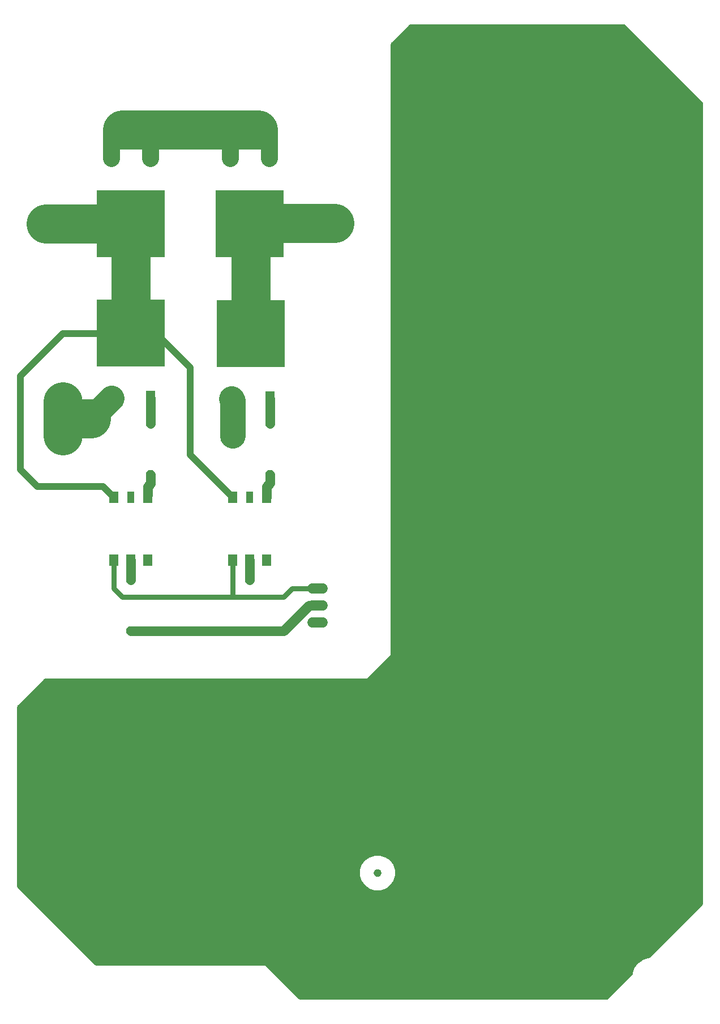
<source format=gbr>
G04 EAGLE Gerber RS-274X export*
G75*
%MOMM*%
%FSLAX34Y34*%
%LPD*%
%INCopper Top*%
%IPPOS*%
%AMOC8*
5,1,8,0,0,1.08239X$1,22.5*%
G01*
%ADD10R,1.320800X2.209800*%
%ADD11R,10.210800X10.007600*%
%ADD12R,1.450000X1.700000*%
%ADD13R,1.018200X1.700000*%
%ADD14C,1.508000*%
%ADD15C,3.810000*%
%ADD16P,1.429621X8X112.500000*%
%ADD17P,1.429621X8X292.500000*%
%ADD18C,2.540000*%
%ADD19C,5.842000*%
%ADD20C,0.152400*%
%ADD21C,1.016000*%
%ADD22C,3.810000*%
%ADD23C,1.397000*%
%ADD24C,0.762000*%

G36*
X965273Y121925D02*
X965273Y121925D01*
X965346Y121923D01*
X965591Y121945D01*
X965836Y121961D01*
X965907Y121974D01*
X965980Y121981D01*
X966220Y122034D01*
X966462Y122080D01*
X966531Y122103D01*
X966602Y122118D01*
X966833Y122201D01*
X967068Y122277D01*
X967134Y122308D01*
X967203Y122332D01*
X967422Y122443D01*
X967644Y122548D01*
X967706Y122587D01*
X967771Y122620D01*
X967975Y122757D01*
X968183Y122889D01*
X968239Y122935D01*
X968299Y122976D01*
X968473Y123129D01*
X968674Y123294D01*
X968731Y123355D01*
X968792Y123408D01*
X1003377Y157993D01*
X1003425Y158048D01*
X1003478Y158098D01*
X1003636Y158287D01*
X1003798Y158471D01*
X1003839Y158532D01*
X1003886Y158588D01*
X1004018Y158795D01*
X1004156Y158998D01*
X1004189Y159063D01*
X1004229Y159125D01*
X1004334Y159347D01*
X1004446Y159566D01*
X1004470Y159634D01*
X1004502Y159700D01*
X1004578Y159934D01*
X1004662Y160165D01*
X1004678Y160236D01*
X1004701Y160306D01*
X1004747Y160547D01*
X1004801Y160787D01*
X1004808Y160860D01*
X1004822Y160931D01*
X1004837Y161162D01*
X1004851Y161308D01*
X1007413Y169195D01*
X1012262Y175868D01*
X1016243Y178760D01*
X1016243Y178761D01*
X1018935Y180717D01*
X1026825Y183280D01*
X1026936Y183290D01*
X1027181Y183306D01*
X1027252Y183319D01*
X1027325Y183326D01*
X1027565Y183379D01*
X1027807Y183425D01*
X1027876Y183448D01*
X1027947Y183463D01*
X1028178Y183546D01*
X1028413Y183622D01*
X1028479Y183653D01*
X1028548Y183677D01*
X1028767Y183788D01*
X1028989Y183893D01*
X1029051Y183932D01*
X1029116Y183965D01*
X1029320Y184102D01*
X1029528Y184234D01*
X1029584Y184280D01*
X1029644Y184321D01*
X1029818Y184474D01*
X1030019Y184639D01*
X1030076Y184700D01*
X1030137Y184753D01*
X1108492Y263108D01*
X1108540Y263163D01*
X1108593Y263213D01*
X1108751Y263402D01*
X1108913Y263586D01*
X1108954Y263647D01*
X1109001Y263703D01*
X1109133Y263910D01*
X1109271Y264113D01*
X1109304Y264178D01*
X1109344Y264240D01*
X1109449Y264462D01*
X1109561Y264681D01*
X1109585Y264749D01*
X1109617Y264815D01*
X1109693Y265049D01*
X1109777Y265280D01*
X1109793Y265351D01*
X1109816Y265421D01*
X1109862Y265662D01*
X1109916Y265902D01*
X1109923Y265975D01*
X1109937Y266046D01*
X1109952Y266277D01*
X1109977Y266536D01*
X1109974Y266620D01*
X1109979Y266700D01*
X1109979Y1460500D01*
X1109975Y1460573D01*
X1109977Y1460646D01*
X1109955Y1460891D01*
X1109939Y1461136D01*
X1109926Y1461207D01*
X1109919Y1461280D01*
X1109866Y1461520D01*
X1109820Y1461762D01*
X1109797Y1461831D01*
X1109782Y1461902D01*
X1109699Y1462133D01*
X1109623Y1462368D01*
X1109592Y1462434D01*
X1109568Y1462503D01*
X1109457Y1462722D01*
X1109352Y1462944D01*
X1109313Y1463006D01*
X1109280Y1463071D01*
X1109143Y1463275D01*
X1109011Y1463483D01*
X1108965Y1463539D01*
X1108924Y1463599D01*
X1108771Y1463773D01*
X1108606Y1463974D01*
X1108545Y1464031D01*
X1108492Y1464092D01*
X994192Y1578392D01*
X994137Y1578440D01*
X994087Y1578493D01*
X993898Y1578651D01*
X993714Y1578813D01*
X993653Y1578854D01*
X993597Y1578901D01*
X993390Y1579033D01*
X993187Y1579171D01*
X993122Y1579204D01*
X993060Y1579244D01*
X992838Y1579349D01*
X992619Y1579461D01*
X992551Y1579485D01*
X992485Y1579517D01*
X992251Y1579593D01*
X992020Y1579677D01*
X991949Y1579693D01*
X991879Y1579716D01*
X991638Y1579762D01*
X991398Y1579816D01*
X991326Y1579823D01*
X991254Y1579837D01*
X991023Y1579852D01*
X990764Y1579877D01*
X990680Y1579874D01*
X990600Y1579879D01*
X673100Y1579879D01*
X673027Y1579875D01*
X672954Y1579877D01*
X672709Y1579855D01*
X672464Y1579839D01*
X672393Y1579826D01*
X672320Y1579819D01*
X672080Y1579766D01*
X671838Y1579720D01*
X671769Y1579697D01*
X671698Y1579682D01*
X671467Y1579599D01*
X671232Y1579523D01*
X671166Y1579492D01*
X671097Y1579468D01*
X670878Y1579357D01*
X670656Y1579252D01*
X670594Y1579213D01*
X670529Y1579180D01*
X670325Y1579043D01*
X670117Y1578911D01*
X670061Y1578865D01*
X670001Y1578824D01*
X669827Y1578671D01*
X669626Y1578506D01*
X669569Y1578445D01*
X669508Y1578392D01*
X644108Y1552992D01*
X644060Y1552937D01*
X644007Y1552887D01*
X643849Y1552698D01*
X643687Y1552514D01*
X643646Y1552453D01*
X643599Y1552397D01*
X643467Y1552190D01*
X643329Y1551987D01*
X643296Y1551922D01*
X643256Y1551860D01*
X643151Y1551638D01*
X643039Y1551419D01*
X643015Y1551351D01*
X642983Y1551285D01*
X642907Y1551051D01*
X642823Y1550820D01*
X642807Y1550749D01*
X642785Y1550679D01*
X642738Y1550438D01*
X642684Y1550198D01*
X642677Y1550126D01*
X642663Y1550054D01*
X642648Y1549823D01*
X642623Y1549564D01*
X642626Y1549480D01*
X642621Y1549400D01*
X642621Y637104D01*
X607496Y601979D01*
X127000Y601979D01*
X126927Y601975D01*
X126854Y601977D01*
X126609Y601955D01*
X126364Y601939D01*
X126293Y601926D01*
X126220Y601919D01*
X125980Y601866D01*
X125738Y601820D01*
X125669Y601797D01*
X125598Y601782D01*
X125367Y601699D01*
X125132Y601623D01*
X125066Y601592D01*
X124997Y601568D01*
X124778Y601457D01*
X124556Y601352D01*
X124494Y601313D01*
X124429Y601280D01*
X124225Y601143D01*
X124017Y601011D01*
X123961Y600965D01*
X123901Y600924D01*
X123727Y600771D01*
X123526Y600606D01*
X123469Y600545D01*
X123408Y600492D01*
X85308Y562392D01*
X85260Y562337D01*
X85207Y562287D01*
X85049Y562098D01*
X84887Y561914D01*
X84846Y561853D01*
X84799Y561797D01*
X84667Y561590D01*
X84529Y561387D01*
X84496Y561322D01*
X84456Y561260D01*
X84351Y561038D01*
X84239Y560819D01*
X84215Y560751D01*
X84183Y560685D01*
X84107Y560451D01*
X84023Y560220D01*
X84007Y560149D01*
X83985Y560079D01*
X83938Y559838D01*
X83884Y559598D01*
X83877Y559526D01*
X83863Y559454D01*
X83848Y559223D01*
X83838Y559113D01*
X83831Y559064D01*
X83831Y559047D01*
X83823Y558964D01*
X83826Y558880D01*
X83821Y558800D01*
X83821Y292100D01*
X83825Y292027D01*
X83823Y291954D01*
X83845Y291709D01*
X83861Y291464D01*
X83874Y291393D01*
X83881Y291320D01*
X83934Y291080D01*
X83980Y290838D01*
X84003Y290769D01*
X84018Y290698D01*
X84101Y290467D01*
X84177Y290232D01*
X84208Y290166D01*
X84232Y290097D01*
X84343Y289878D01*
X84448Y289656D01*
X84487Y289594D01*
X84520Y289529D01*
X84657Y289325D01*
X84789Y289117D01*
X84835Y289061D01*
X84876Y289001D01*
X85029Y288827D01*
X85194Y288626D01*
X85255Y288569D01*
X85308Y288508D01*
X199608Y174208D01*
X199663Y174160D01*
X199713Y174107D01*
X199902Y173949D01*
X200086Y173787D01*
X200147Y173746D01*
X200203Y173699D01*
X200410Y173567D01*
X200613Y173429D01*
X200678Y173396D01*
X200740Y173356D01*
X200962Y173251D01*
X201181Y173139D01*
X201249Y173115D01*
X201315Y173083D01*
X201549Y173007D01*
X201780Y172923D01*
X201851Y172907D01*
X201921Y172885D01*
X202162Y172838D01*
X202402Y172784D01*
X202475Y172777D01*
X202546Y172763D01*
X202777Y172748D01*
X203036Y172723D01*
X203120Y172726D01*
X203200Y172721D01*
X455096Y172721D01*
X504408Y123408D01*
X504463Y123360D01*
X504513Y123307D01*
X504702Y123149D01*
X504886Y122987D01*
X504947Y122946D01*
X505003Y122899D01*
X505210Y122767D01*
X505413Y122629D01*
X505478Y122596D01*
X505540Y122556D01*
X505762Y122451D01*
X505981Y122339D01*
X506049Y122315D01*
X506115Y122283D01*
X506349Y122207D01*
X506580Y122123D01*
X506651Y122107D01*
X506721Y122085D01*
X506962Y122038D01*
X507202Y121984D01*
X507275Y121977D01*
X507346Y121963D01*
X507577Y121948D01*
X507836Y121923D01*
X507920Y121926D01*
X508000Y121921D01*
X965200Y121921D01*
X965273Y121925D01*
G37*
%LPC*%
G36*
X618781Y285184D02*
X618781Y285184D01*
X610935Y287733D01*
X604262Y292582D01*
X599413Y299255D01*
X596864Y307101D01*
X596864Y315349D01*
X599413Y323195D01*
X604262Y329868D01*
X606009Y331138D01*
X606010Y331138D01*
X610935Y334717D01*
X618781Y337266D01*
X627029Y337266D01*
X634875Y334717D01*
X641548Y329868D01*
X646397Y323195D01*
X648946Y315349D01*
X648946Y307101D01*
X646397Y299255D01*
X641548Y292582D01*
X636024Y288568D01*
X636023Y288568D01*
X634875Y287733D01*
X627029Y285184D01*
X618781Y285184D01*
G37*
%LPD*%
G36*
X623024Y305523D02*
X623024Y305523D01*
X623144Y305521D01*
X623225Y305530D01*
X623303Y305531D01*
X623402Y305539D01*
X623501Y305553D01*
X623541Y305556D01*
X623607Y305568D01*
X623670Y305577D01*
X623938Y305610D01*
X623984Y305622D01*
X624032Y305629D01*
X624331Y305710D01*
X624573Y305772D01*
X624760Y305833D01*
X624901Y305889D01*
X625046Y305935D01*
X625197Y306006D01*
X625353Y306067D01*
X625486Y306140D01*
X625623Y306204D01*
X625760Y306291D01*
X625911Y306374D01*
X626045Y306471D01*
X626177Y306555D01*
X626336Y306670D01*
X626453Y306767D01*
X626575Y306855D01*
X626698Y306969D01*
X626827Y307077D01*
X626931Y307187D01*
X627041Y307290D01*
X627145Y307415D01*
X627263Y307541D01*
X627360Y307674D01*
X627460Y307794D01*
X627575Y307953D01*
X627657Y308081D01*
X627746Y308203D01*
X627827Y308350D01*
X627917Y308491D01*
X627981Y308628D01*
X628055Y308761D01*
X628115Y308912D01*
X628188Y309068D01*
X628239Y309224D01*
X628297Y309369D01*
X628358Y309557D01*
X628396Y309703D01*
X628443Y309847D01*
X628475Y310012D01*
X628516Y310174D01*
X628535Y310324D01*
X628564Y310473D01*
X628575Y310635D01*
X628596Y310806D01*
X628596Y310971D01*
X628607Y311126D01*
X628607Y311324D01*
X628597Y311475D01*
X628598Y311626D01*
X628577Y311792D01*
X628567Y311959D01*
X628538Y312108D01*
X628520Y312258D01*
X628480Y312416D01*
X628447Y312585D01*
X628396Y312742D01*
X628358Y312893D01*
X628297Y313080D01*
X628241Y313221D01*
X628195Y313366D01*
X628124Y313517D01*
X628063Y313673D01*
X627990Y313806D01*
X627926Y313943D01*
X627839Y314080D01*
X627756Y314231D01*
X627659Y314365D01*
X627575Y314497D01*
X627460Y314656D01*
X627363Y314773D01*
X627275Y314895D01*
X627161Y315018D01*
X627053Y315147D01*
X626943Y315251D01*
X626840Y315361D01*
X626715Y315465D01*
X626589Y315583D01*
X626456Y315680D01*
X626336Y315780D01*
X626177Y315895D01*
X626049Y315977D01*
X625927Y316066D01*
X625780Y316147D01*
X625639Y316237D01*
X625502Y316302D01*
X625369Y316375D01*
X625219Y316435D01*
X625062Y316508D01*
X624905Y316559D01*
X624760Y316617D01*
X624573Y316678D01*
X624311Y316745D01*
X624050Y316817D01*
X624003Y316824D01*
X623956Y316836D01*
X623650Y316875D01*
X623402Y316911D01*
X623303Y316919D01*
X623232Y316920D01*
X623162Y316928D01*
X622929Y316925D01*
X622666Y316929D01*
X622585Y316920D01*
X622507Y316919D01*
X622408Y316911D01*
X622140Y316873D01*
X621872Y316840D01*
X621826Y316828D01*
X621778Y316821D01*
X621479Y316740D01*
X621237Y316678D01*
X621050Y316617D01*
X620909Y316561D01*
X620764Y316515D01*
X620613Y316444D01*
X620457Y316383D01*
X620324Y316310D01*
X620187Y316246D01*
X620050Y316159D01*
X619899Y316076D01*
X619765Y315979D01*
X619633Y315895D01*
X619474Y315780D01*
X619357Y315683D01*
X619235Y315595D01*
X619112Y315481D01*
X618983Y315373D01*
X618879Y315263D01*
X618769Y315160D01*
X618665Y315035D01*
X618547Y314909D01*
X618450Y314776D01*
X618350Y314656D01*
X618235Y314497D01*
X618153Y314369D01*
X618064Y314247D01*
X617983Y314100D01*
X617893Y313959D01*
X617828Y313822D01*
X617755Y313689D01*
X617695Y313539D01*
X617622Y313382D01*
X617571Y313225D01*
X617513Y313080D01*
X617452Y312893D01*
X617414Y312747D01*
X617367Y312603D01*
X617335Y312438D01*
X617294Y312276D01*
X617275Y312126D01*
X617246Y311977D01*
X617235Y311815D01*
X617214Y311644D01*
X617214Y311479D01*
X617203Y311324D01*
X617203Y311126D01*
X617213Y310975D01*
X617212Y310824D01*
X617233Y310658D01*
X617243Y310491D01*
X617272Y310342D01*
X617290Y310192D01*
X617330Y310034D01*
X617363Y309865D01*
X617414Y309708D01*
X617452Y309557D01*
X617513Y309370D01*
X617569Y309229D01*
X617615Y309084D01*
X617686Y308933D01*
X617747Y308777D01*
X617820Y308644D01*
X617884Y308507D01*
X617971Y308370D01*
X618054Y308219D01*
X618151Y308085D01*
X618235Y307953D01*
X618350Y307794D01*
X618447Y307677D01*
X618535Y307555D01*
X618649Y307432D01*
X618757Y307303D01*
X618867Y307199D01*
X618970Y307089D01*
X619095Y306985D01*
X619221Y306867D01*
X619354Y306770D01*
X619474Y306670D01*
X619633Y306555D01*
X619761Y306473D01*
X619884Y306384D01*
X619888Y306381D01*
X619892Y306378D01*
X620035Y306300D01*
X620171Y306213D01*
X620308Y306149D01*
X620441Y306075D01*
X620446Y306073D01*
X620450Y306071D01*
X620601Y306011D01*
X620748Y305942D01*
X620896Y305893D01*
X621043Y305835D01*
X621047Y305834D01*
X621050Y305833D01*
X621237Y305772D01*
X621499Y305705D01*
X621760Y305633D01*
X621807Y305626D01*
X621855Y305613D01*
X622160Y305575D01*
X622177Y305572D01*
X622251Y305558D01*
X622298Y305555D01*
X622408Y305539D01*
X622507Y305531D01*
X622578Y305530D01*
X622648Y305522D01*
X622777Y305524D01*
X622905Y305516D01*
X623024Y305523D01*
G37*
D10*
X282956Y1379093D03*
X225044Y1379093D03*
D11*
X254000Y1281684D03*
D10*
X460756Y1379093D03*
X402844Y1379093D03*
D11*
X431800Y1281684D03*
D12*
X228600Y778500D03*
X254000Y778500D03*
X279400Y778500D03*
X279400Y872500D03*
D13*
X254000Y872500D03*
D12*
X228600Y872500D03*
X406400Y778500D03*
X431800Y778500D03*
X457200Y778500D03*
X457200Y872500D03*
D13*
X431800Y872500D03*
D12*
X406400Y872500D03*
D10*
X225044Y1021207D03*
X282956Y1021207D03*
D11*
X254000Y1118616D03*
D10*
X404114Y1019937D03*
X462026Y1019937D03*
D11*
X433070Y1117346D03*
D14*
X525860Y736600D02*
X540940Y736600D01*
X540940Y711200D02*
X525860Y711200D01*
X525860Y685800D02*
X540940Y685800D01*
D15*
X127000Y1282700D03*
X558800Y1282700D03*
X152400Y1016000D03*
X342900Y1422400D03*
X406400Y965200D03*
X152400Y965200D03*
D16*
X431800Y673100D03*
X431800Y749300D03*
X254000Y673100D03*
X254000Y749300D03*
D17*
X283210Y982980D03*
X283210Y906780D03*
X462280Y982980D03*
X462280Y906780D03*
D18*
X460756Y1379093D02*
X460756Y1422400D01*
X282956Y1422400D02*
X282956Y1379093D01*
X225044Y1379093D02*
X225044Y1422400D01*
D19*
X266700Y1422400D02*
X282956Y1422400D01*
X266700Y1422400D02*
X241300Y1422400D01*
D18*
X225044Y1422400D02*
X266700Y1422400D01*
X444500Y1422400D02*
X460756Y1422400D01*
D19*
X342900Y1422400D02*
X282956Y1422400D01*
X342900Y1422400D02*
X444500Y1422400D01*
D18*
X402844Y1397000D02*
X402844Y1379093D01*
X402844Y1409700D01*
X415544Y1422400D01*
X444500Y1422400D01*
D19*
X433070Y1206500D02*
X433070Y1117346D01*
X495300Y1282700D02*
X558800Y1282700D01*
D20*
X495300Y1282700D02*
X495300Y1270000D01*
D19*
X432816Y1282700D02*
X431800Y1281684D01*
X432816Y1282700D02*
X495300Y1282700D01*
X433070Y1280414D02*
X431800Y1281684D01*
X433070Y1280414D02*
X433070Y1117346D01*
X254000Y1118616D02*
X254000Y1281684D01*
X127000Y1281684D01*
D21*
X342900Y936000D02*
X406400Y872500D01*
X342900Y936000D02*
X342900Y1066800D01*
X291084Y1118616D02*
X254000Y1118616D01*
X291084Y1118616D02*
X342900Y1066800D01*
X212100Y889000D02*
X228600Y872500D01*
X212100Y889000D02*
X114300Y889000D01*
X88900Y914400D01*
X88900Y1054100D01*
X152400Y1117600D01*
X252984Y1117600D02*
X254000Y1118616D01*
X252984Y1117600D02*
X152400Y1117600D01*
D22*
X225044Y1021207D02*
X194437Y990600D01*
X190500Y990600D01*
D19*
X194437Y990600D02*
X152400Y990600D01*
X152400Y965200D01*
X152400Y990600D02*
X152400Y1016000D01*
D23*
X283210Y906780D02*
X283210Y892810D01*
X279400Y889000D01*
X279400Y876300D01*
X462280Y894080D02*
X462280Y906780D01*
X462280Y894080D02*
X457200Y889000D01*
X457200Y872500D01*
X431800Y778500D02*
X431800Y749300D01*
X254000Y749300D02*
X254000Y778500D01*
D24*
X228600Y736600D02*
X241300Y723900D01*
X228600Y736600D02*
X228600Y778500D01*
X495300Y736600D02*
X533400Y736600D01*
X495300Y736600D02*
X482600Y723900D01*
X406400Y723900D01*
X241300Y723900D01*
X406400Y723900D02*
X406400Y778500D01*
D23*
X431800Y673100D02*
X254000Y673100D01*
X431800Y673100D02*
X482600Y673100D01*
X520700Y711200D02*
X533400Y711200D01*
X520700Y711200D02*
X482600Y673100D01*
X283210Y982980D02*
X282956Y983234D01*
X282956Y1021207D01*
X462026Y1019937D02*
X462026Y983234D01*
X462280Y982980D01*
D22*
X406400Y1017651D02*
X404114Y1019937D01*
X406400Y1017651D02*
X406400Y965200D01*
M02*

</source>
